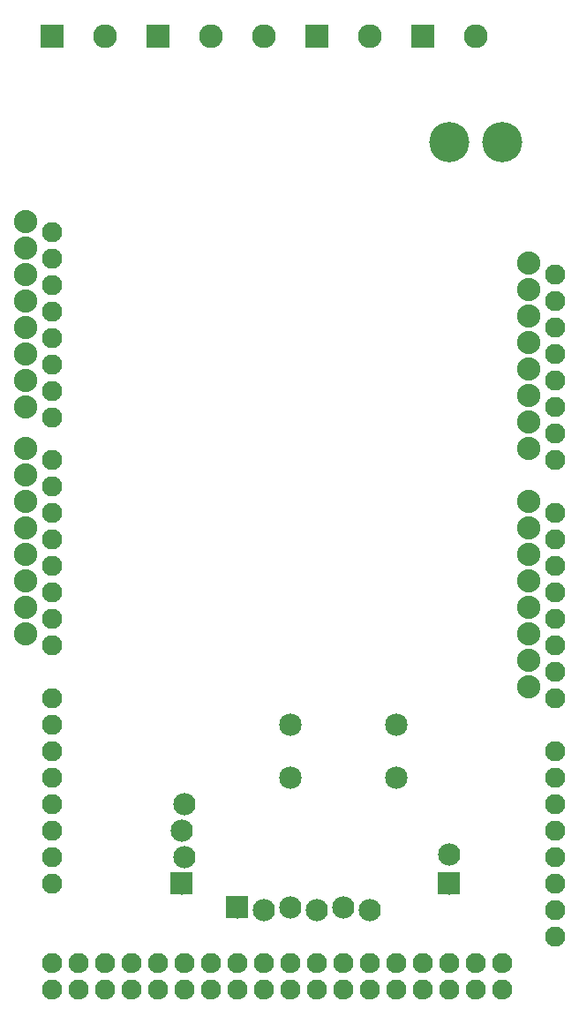
<source format=gbs>
G04 MADE WITH FRITZING*
G04 WWW.FRITZING.ORG*
G04 DOUBLE SIDED*
G04 HOLES PLATED*
G04 CONTOUR ON CENTER OF CONTOUR VECTOR*
%ASAXBY*%
%FSLAX23Y23*%
%MOIN*%
%OFA0B0*%
%SFA1.0B1.0*%
%ADD10C,0.076604*%
%ADD11C,0.076632*%
%ADD12C,0.075993*%
%ADD13C,0.088000*%
%ADD14C,0.084000*%
%ADD15C,0.090000*%
%ADD16C,0.085000*%
%ADD17C,0.151732*%
%ADD18R,0.090000X0.090000*%
%ADD19R,0.090000X0.089986*%
%ADD20R,0.001000X0.001000*%
%LNMASK0*%
G90*
G70*
G54D10*
X2143Y1016D03*
X2143Y916D03*
X2143Y816D03*
X2143Y716D03*
G54D11*
X243Y2376D03*
G54D10*
X2143Y616D03*
X2143Y516D03*
X2143Y416D03*
G54D12*
X1143Y216D03*
G54D10*
X2143Y2016D03*
X2143Y1916D03*
X2143Y2616D03*
X2143Y1816D03*
X2143Y1716D03*
X2143Y1616D03*
X2143Y1516D03*
X2143Y1416D03*
G54D12*
X343Y216D03*
G54D10*
X2143Y1316D03*
G54D12*
X1943Y216D03*
G54D11*
X243Y1816D03*
G54D12*
X743Y216D03*
X1543Y216D03*
G54D11*
X243Y2776D03*
G54D10*
X2143Y2216D03*
G54D11*
X243Y2216D03*
G54D12*
X543Y216D03*
X943Y216D03*
X1343Y216D03*
X1743Y216D03*
G54D11*
X243Y616D03*
X243Y716D03*
X243Y816D03*
X243Y2976D03*
X243Y916D03*
X243Y2576D03*
X243Y1016D03*
X243Y1116D03*
X243Y1216D03*
X243Y1316D03*
G54D10*
X2143Y2816D03*
X2143Y2416D03*
G54D11*
X243Y1616D03*
X243Y2016D03*
G54D12*
X243Y216D03*
X443Y216D03*
X643Y216D03*
X843Y216D03*
X1043Y216D03*
X1243Y216D03*
X1443Y216D03*
X1643Y216D03*
X1843Y216D03*
G54D11*
X243Y3076D03*
X243Y2876D03*
X243Y2676D03*
X243Y2476D03*
G54D10*
X2143Y2916D03*
X2143Y2716D03*
X2143Y2516D03*
X2143Y2316D03*
G54D11*
X243Y1516D03*
X243Y1716D03*
X243Y1916D03*
X243Y2116D03*
G54D12*
X243Y316D03*
X343Y316D03*
X443Y316D03*
X543Y316D03*
X643Y316D03*
X743Y316D03*
X843Y316D03*
X943Y316D03*
X1043Y316D03*
X1143Y316D03*
X1243Y316D03*
X1343Y316D03*
X1443Y316D03*
X1543Y316D03*
X1643Y316D03*
X1743Y316D03*
X1843Y316D03*
X1943Y316D03*
G54D10*
X2143Y1116D03*
X2143Y1016D03*
X2143Y916D03*
X2143Y816D03*
X2143Y716D03*
G54D11*
X243Y2376D03*
G54D10*
X2143Y616D03*
X2143Y516D03*
X2143Y416D03*
G54D12*
X1143Y216D03*
G54D10*
X2143Y2016D03*
X2143Y1916D03*
X2143Y2616D03*
X2143Y1816D03*
X2143Y1716D03*
X2143Y1616D03*
X2143Y1516D03*
X2143Y1416D03*
G54D12*
X343Y216D03*
G54D10*
X2143Y1316D03*
G54D12*
X1943Y216D03*
G54D11*
X243Y1816D03*
G54D12*
X743Y216D03*
X1543Y216D03*
G54D11*
X243Y2776D03*
G54D10*
X2143Y2216D03*
G54D11*
X243Y2216D03*
G54D12*
X543Y216D03*
X943Y216D03*
X1343Y216D03*
X1743Y216D03*
G54D11*
X243Y616D03*
X243Y716D03*
X243Y816D03*
X243Y2976D03*
X243Y916D03*
X243Y2576D03*
X243Y1016D03*
X243Y1116D03*
X243Y1216D03*
X243Y1316D03*
G54D10*
X2143Y2816D03*
X2143Y2416D03*
G54D11*
X243Y1616D03*
X243Y2016D03*
G54D12*
X243Y216D03*
X443Y216D03*
X643Y216D03*
X843Y216D03*
X1043Y216D03*
X1243Y216D03*
X1443Y216D03*
X1643Y216D03*
X1843Y216D03*
G54D11*
X243Y3076D03*
X243Y2876D03*
X243Y2676D03*
X243Y2476D03*
G54D10*
X2143Y2916D03*
X2143Y2716D03*
X2143Y2516D03*
X2143Y2316D03*
G54D11*
X243Y1516D03*
X243Y1716D03*
X243Y1916D03*
X243Y2116D03*
G54D12*
X243Y316D03*
X343Y316D03*
X443Y316D03*
X543Y316D03*
X643Y316D03*
X743Y316D03*
X843Y316D03*
X943Y316D03*
X1043Y316D03*
X1143Y316D03*
X1243Y316D03*
X1343Y316D03*
X1443Y316D03*
X1543Y316D03*
X1643Y316D03*
X1743Y316D03*
X1843Y316D03*
X1943Y316D03*
G54D10*
X2143Y1116D03*
G54D13*
X143Y2416D03*
X143Y2516D03*
X143Y2616D03*
X143Y2716D03*
X143Y2816D03*
X143Y2916D03*
X143Y3016D03*
X143Y3116D03*
X143Y1558D03*
X143Y1658D03*
X143Y1758D03*
X143Y1858D03*
X143Y1958D03*
X143Y2058D03*
X143Y2158D03*
X143Y2258D03*
X2043Y2958D03*
X2043Y2858D03*
X2043Y2758D03*
X2043Y2658D03*
X2043Y2558D03*
X2043Y2458D03*
X2043Y2358D03*
X2043Y2258D03*
X2043Y2058D03*
X2043Y1958D03*
X2043Y1858D03*
X2043Y1758D03*
X2043Y1658D03*
X2043Y1558D03*
X2043Y1458D03*
X2043Y1358D03*
G54D14*
X1743Y616D03*
X1743Y726D03*
X943Y526D03*
X1043Y516D03*
X1143Y526D03*
X1243Y516D03*
X1343Y526D03*
X1443Y516D03*
X733Y616D03*
X743Y716D03*
X733Y816D03*
X743Y916D03*
G54D15*
X843Y3816D03*
X1043Y3816D03*
X643Y3816D03*
X1243Y3816D03*
X1443Y3816D03*
X243Y3816D03*
X443Y3816D03*
X1643Y3816D03*
X1843Y3816D03*
G54D16*
X1543Y1016D03*
X1143Y1016D03*
X1143Y1216D03*
X1543Y1216D03*
G54D17*
X1943Y3416D03*
X1943Y3416D03*
X1743Y3416D03*
X1743Y3416D03*
G54D18*
X643Y3816D03*
G54D19*
X1243Y3816D03*
X243Y3816D03*
X1643Y3816D03*
G54D20*
X691Y659D02*
X774Y659D01*
X1701Y659D02*
X1784Y659D01*
X691Y658D02*
X774Y658D01*
X1701Y658D02*
X1784Y658D01*
X691Y657D02*
X774Y657D01*
X1701Y657D02*
X1784Y657D01*
X691Y656D02*
X774Y656D01*
X1701Y656D02*
X1784Y656D01*
X691Y655D02*
X774Y655D01*
X1701Y655D02*
X1784Y655D01*
X691Y654D02*
X774Y654D01*
X1701Y654D02*
X1784Y654D01*
X691Y653D02*
X774Y653D01*
X1701Y653D02*
X1784Y653D01*
X691Y652D02*
X774Y652D01*
X1701Y652D02*
X1784Y652D01*
X691Y651D02*
X774Y651D01*
X1701Y651D02*
X1784Y651D01*
X691Y650D02*
X774Y650D01*
X1701Y650D02*
X1784Y650D01*
X691Y649D02*
X774Y649D01*
X1701Y649D02*
X1784Y649D01*
X691Y648D02*
X774Y648D01*
X1701Y648D02*
X1784Y648D01*
X691Y647D02*
X774Y647D01*
X1701Y647D02*
X1784Y647D01*
X691Y646D02*
X774Y646D01*
X1701Y646D02*
X1784Y646D01*
X691Y645D02*
X774Y645D01*
X1701Y645D02*
X1784Y645D01*
X691Y644D02*
X774Y644D01*
X1701Y644D02*
X1784Y644D01*
X691Y643D02*
X774Y643D01*
X1701Y643D02*
X1784Y643D01*
X691Y642D02*
X774Y642D01*
X1701Y642D02*
X1784Y642D01*
X691Y641D02*
X774Y641D01*
X1701Y641D02*
X1784Y641D01*
X691Y640D02*
X774Y640D01*
X1701Y640D02*
X1784Y640D01*
X691Y639D02*
X774Y639D01*
X1701Y639D02*
X1784Y639D01*
X691Y638D02*
X774Y638D01*
X1701Y638D02*
X1784Y638D01*
X691Y637D02*
X774Y637D01*
X1701Y637D02*
X1784Y637D01*
X691Y636D02*
X774Y636D01*
X1701Y636D02*
X1784Y636D01*
X691Y635D02*
X774Y635D01*
X1701Y635D02*
X1784Y635D01*
X691Y634D02*
X774Y634D01*
X1701Y634D02*
X1784Y634D01*
X691Y633D02*
X774Y633D01*
X1701Y633D02*
X1784Y633D01*
X691Y632D02*
X728Y632D01*
X737Y632D02*
X774Y632D01*
X1701Y632D02*
X1738Y632D01*
X1746Y632D02*
X1784Y632D01*
X691Y631D02*
X726Y631D01*
X739Y631D02*
X774Y631D01*
X1701Y631D02*
X1735Y631D01*
X1749Y631D02*
X1784Y631D01*
X691Y630D02*
X724Y630D01*
X741Y630D02*
X774Y630D01*
X1701Y630D02*
X1733Y630D01*
X1751Y630D02*
X1784Y630D01*
X691Y629D02*
X723Y629D01*
X742Y629D02*
X774Y629D01*
X1701Y629D02*
X1732Y629D01*
X1752Y629D02*
X1784Y629D01*
X691Y628D02*
X721Y628D01*
X744Y628D02*
X774Y628D01*
X1701Y628D02*
X1731Y628D01*
X1753Y628D02*
X1784Y628D01*
X691Y627D02*
X721Y627D01*
X744Y627D02*
X774Y627D01*
X1701Y627D02*
X1730Y627D01*
X1754Y627D02*
X1784Y627D01*
X691Y626D02*
X720Y626D01*
X745Y626D02*
X774Y626D01*
X1701Y626D02*
X1729Y626D01*
X1755Y626D02*
X1784Y626D01*
X691Y625D02*
X719Y625D01*
X746Y625D02*
X774Y625D01*
X1701Y625D02*
X1729Y625D01*
X1756Y625D02*
X1784Y625D01*
X691Y624D02*
X719Y624D01*
X747Y624D02*
X774Y624D01*
X1701Y624D02*
X1728Y624D01*
X1756Y624D02*
X1784Y624D01*
X691Y623D02*
X718Y623D01*
X747Y623D02*
X774Y623D01*
X1701Y623D02*
X1728Y623D01*
X1757Y623D02*
X1784Y623D01*
X691Y622D02*
X718Y622D01*
X747Y622D02*
X774Y622D01*
X1701Y622D02*
X1727Y622D01*
X1757Y622D02*
X1784Y622D01*
X691Y621D02*
X717Y621D01*
X748Y621D02*
X774Y621D01*
X1701Y621D02*
X1727Y621D01*
X1757Y621D02*
X1784Y621D01*
X691Y620D02*
X717Y620D01*
X748Y620D02*
X774Y620D01*
X1701Y620D02*
X1727Y620D01*
X1757Y620D02*
X1784Y620D01*
X691Y619D02*
X717Y619D01*
X748Y619D02*
X774Y619D01*
X1701Y619D02*
X1727Y619D01*
X1758Y619D02*
X1784Y619D01*
X691Y618D02*
X717Y618D01*
X748Y618D02*
X774Y618D01*
X1701Y618D02*
X1727Y618D01*
X1758Y618D02*
X1784Y618D01*
X691Y617D02*
X717Y617D01*
X748Y617D02*
X774Y617D01*
X1701Y617D02*
X1727Y617D01*
X1758Y617D02*
X1784Y617D01*
X691Y616D02*
X717Y616D01*
X748Y616D02*
X774Y616D01*
X1701Y616D02*
X1727Y616D01*
X1758Y616D02*
X1784Y616D01*
X691Y615D02*
X717Y615D01*
X748Y615D02*
X774Y615D01*
X1701Y615D02*
X1727Y615D01*
X1757Y615D02*
X1784Y615D01*
X691Y614D02*
X717Y614D01*
X748Y614D02*
X774Y614D01*
X1701Y614D02*
X1727Y614D01*
X1757Y614D02*
X1784Y614D01*
X691Y613D02*
X718Y613D01*
X747Y613D02*
X774Y613D01*
X1701Y613D02*
X1727Y613D01*
X1757Y613D02*
X1784Y613D01*
X691Y612D02*
X718Y612D01*
X747Y612D02*
X774Y612D01*
X1701Y612D02*
X1728Y612D01*
X1757Y612D02*
X1784Y612D01*
X691Y611D02*
X718Y611D01*
X747Y611D02*
X774Y611D01*
X1701Y611D02*
X1728Y611D01*
X1756Y611D02*
X1784Y611D01*
X691Y610D02*
X719Y610D01*
X746Y610D02*
X774Y610D01*
X1701Y610D02*
X1729Y610D01*
X1756Y610D02*
X1784Y610D01*
X691Y609D02*
X720Y609D01*
X745Y609D02*
X774Y609D01*
X1701Y609D02*
X1729Y609D01*
X1755Y609D02*
X1784Y609D01*
X691Y608D02*
X720Y608D01*
X745Y608D02*
X774Y608D01*
X1701Y608D02*
X1730Y608D01*
X1754Y608D02*
X1784Y608D01*
X691Y607D02*
X721Y607D01*
X744Y607D02*
X774Y607D01*
X1701Y607D02*
X1731Y607D01*
X1753Y607D02*
X1784Y607D01*
X691Y606D02*
X722Y606D01*
X743Y606D02*
X774Y606D01*
X1701Y606D02*
X1732Y606D01*
X1752Y606D02*
X1784Y606D01*
X691Y605D02*
X724Y605D01*
X741Y605D02*
X774Y605D01*
X1701Y605D02*
X1733Y605D01*
X1751Y605D02*
X1784Y605D01*
X691Y604D02*
X725Y604D01*
X740Y604D02*
X774Y604D01*
X1701Y604D02*
X1735Y604D01*
X1749Y604D02*
X1784Y604D01*
X691Y603D02*
X728Y603D01*
X737Y603D02*
X774Y603D01*
X1701Y603D02*
X1737Y603D01*
X1747Y603D02*
X1784Y603D01*
X691Y602D02*
X774Y602D01*
X1701Y602D02*
X1784Y602D01*
X691Y601D02*
X774Y601D01*
X1701Y601D02*
X1784Y601D01*
X691Y600D02*
X774Y600D01*
X1701Y600D02*
X1784Y600D01*
X691Y599D02*
X774Y599D01*
X1701Y599D02*
X1784Y599D01*
X691Y598D02*
X774Y598D01*
X1701Y598D02*
X1784Y598D01*
X691Y597D02*
X774Y597D01*
X1701Y597D02*
X1784Y597D01*
X691Y596D02*
X774Y596D01*
X1701Y596D02*
X1784Y596D01*
X691Y595D02*
X774Y595D01*
X1701Y595D02*
X1784Y595D01*
X691Y594D02*
X774Y594D01*
X1701Y594D02*
X1784Y594D01*
X691Y593D02*
X774Y593D01*
X1701Y593D02*
X1784Y593D01*
X691Y592D02*
X774Y592D01*
X1701Y592D02*
X1784Y592D01*
X691Y591D02*
X774Y591D01*
X1701Y591D02*
X1784Y591D01*
X691Y590D02*
X774Y590D01*
X1701Y590D02*
X1784Y590D01*
X691Y589D02*
X774Y589D01*
X1701Y589D02*
X1784Y589D01*
X691Y588D02*
X774Y588D01*
X1701Y588D02*
X1784Y588D01*
X691Y587D02*
X774Y587D01*
X1701Y587D02*
X1784Y587D01*
X691Y586D02*
X774Y586D01*
X1701Y586D02*
X1784Y586D01*
X691Y585D02*
X774Y585D01*
X1701Y585D02*
X1784Y585D01*
X691Y584D02*
X774Y584D01*
X1701Y584D02*
X1784Y584D01*
X691Y583D02*
X774Y583D01*
X1701Y583D02*
X1784Y583D01*
X691Y582D02*
X774Y582D01*
X1701Y582D02*
X1784Y582D01*
X691Y581D02*
X774Y581D01*
X1701Y581D02*
X1784Y581D01*
X691Y580D02*
X774Y580D01*
X1701Y580D02*
X1784Y580D01*
X691Y579D02*
X774Y579D01*
X1701Y579D02*
X1784Y579D01*
X691Y578D02*
X774Y578D01*
X1701Y578D02*
X1784Y578D01*
X691Y577D02*
X774Y577D01*
X1701Y577D02*
X1784Y577D01*
X691Y576D02*
X774Y576D01*
X1701Y576D02*
X1784Y576D01*
X901Y569D02*
X984Y569D01*
X901Y568D02*
X984Y568D01*
X901Y567D02*
X984Y567D01*
X901Y566D02*
X984Y566D01*
X901Y565D02*
X984Y565D01*
X901Y564D02*
X984Y564D01*
X901Y563D02*
X984Y563D01*
X901Y562D02*
X984Y562D01*
X901Y561D02*
X984Y561D01*
X901Y560D02*
X984Y560D01*
X901Y559D02*
X984Y559D01*
X901Y558D02*
X984Y558D01*
X901Y557D02*
X984Y557D01*
X901Y556D02*
X984Y556D01*
X901Y555D02*
X984Y555D01*
X901Y554D02*
X984Y554D01*
X901Y553D02*
X984Y553D01*
X901Y552D02*
X984Y552D01*
X901Y551D02*
X984Y551D01*
X901Y550D02*
X984Y550D01*
X901Y549D02*
X984Y549D01*
X901Y548D02*
X984Y548D01*
X901Y547D02*
X984Y547D01*
X901Y546D02*
X984Y546D01*
X901Y545D02*
X984Y545D01*
X901Y544D02*
X984Y544D01*
X901Y543D02*
X984Y543D01*
X901Y542D02*
X938Y542D01*
X947Y542D02*
X984Y542D01*
X901Y541D02*
X935Y541D01*
X949Y541D02*
X984Y541D01*
X901Y540D02*
X934Y540D01*
X951Y540D02*
X984Y540D01*
X901Y539D02*
X932Y539D01*
X952Y539D02*
X984Y539D01*
X901Y538D02*
X931Y538D01*
X954Y538D02*
X984Y538D01*
X901Y537D02*
X930Y537D01*
X954Y537D02*
X984Y537D01*
X901Y536D02*
X930Y536D01*
X955Y536D02*
X984Y536D01*
X901Y535D02*
X929Y535D01*
X956Y535D02*
X984Y535D01*
X901Y534D02*
X928Y534D01*
X956Y534D02*
X984Y534D01*
X901Y533D02*
X928Y533D01*
X957Y533D02*
X984Y533D01*
X901Y532D02*
X928Y532D01*
X957Y532D02*
X984Y532D01*
X901Y531D02*
X927Y531D01*
X958Y531D02*
X984Y531D01*
X901Y530D02*
X927Y530D01*
X958Y530D02*
X984Y530D01*
X901Y529D02*
X927Y529D01*
X958Y529D02*
X984Y529D01*
X901Y528D02*
X927Y528D01*
X958Y528D02*
X984Y528D01*
X901Y527D02*
X927Y527D01*
X958Y527D02*
X984Y527D01*
X901Y526D02*
X927Y526D01*
X958Y526D02*
X984Y526D01*
X901Y525D02*
X927Y525D01*
X958Y525D02*
X984Y525D01*
X901Y524D02*
X927Y524D01*
X958Y524D02*
X984Y524D01*
X901Y523D02*
X928Y523D01*
X957Y523D02*
X984Y523D01*
X901Y522D02*
X928Y522D01*
X957Y522D02*
X984Y522D01*
X901Y521D02*
X928Y521D01*
X957Y521D02*
X984Y521D01*
X901Y520D02*
X929Y520D01*
X956Y520D02*
X984Y520D01*
X901Y519D02*
X930Y519D01*
X955Y519D02*
X984Y519D01*
X901Y518D02*
X930Y518D01*
X955Y518D02*
X984Y518D01*
X901Y517D02*
X931Y517D01*
X954Y517D02*
X984Y517D01*
X901Y516D02*
X932Y516D01*
X953Y516D02*
X984Y516D01*
X901Y515D02*
X934Y515D01*
X951Y515D02*
X984Y515D01*
X901Y514D02*
X935Y514D01*
X950Y514D02*
X984Y514D01*
X901Y513D02*
X938Y513D01*
X947Y513D02*
X984Y513D01*
X901Y512D02*
X984Y512D01*
X901Y511D02*
X984Y511D01*
X901Y510D02*
X984Y510D01*
X901Y509D02*
X984Y509D01*
X901Y508D02*
X984Y508D01*
X901Y507D02*
X984Y507D01*
X901Y506D02*
X984Y506D01*
X901Y505D02*
X984Y505D01*
X901Y504D02*
X984Y504D01*
X901Y503D02*
X984Y503D01*
X901Y502D02*
X984Y502D01*
X901Y501D02*
X984Y501D01*
X901Y500D02*
X984Y500D01*
X901Y499D02*
X984Y499D01*
X901Y498D02*
X984Y498D01*
X901Y497D02*
X984Y497D01*
X901Y496D02*
X984Y496D01*
X901Y495D02*
X984Y495D01*
X901Y494D02*
X984Y494D01*
X901Y493D02*
X984Y493D01*
X901Y492D02*
X984Y492D01*
X901Y491D02*
X984Y491D01*
X901Y490D02*
X984Y490D01*
X901Y489D02*
X984Y489D01*
X901Y488D02*
X984Y488D01*
X901Y487D02*
X984Y487D01*
X901Y486D02*
X984Y486D01*
D02*
G04 End of Mask0*
M02*
</source>
